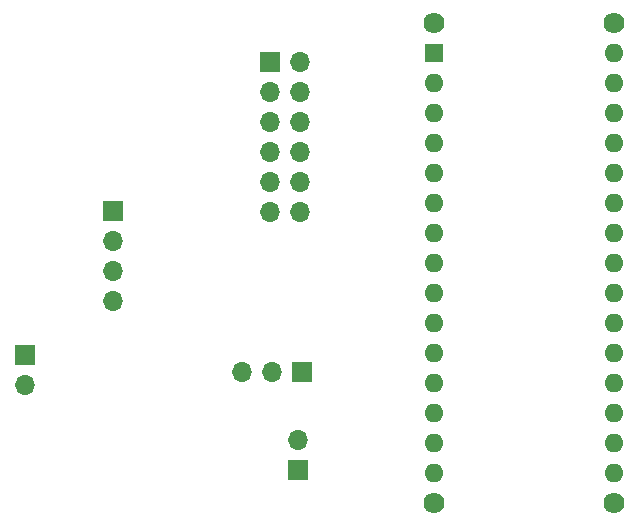
<source format=gbr>
%TF.GenerationSoftware,KiCad,Pcbnew,8.0.1*%
%TF.CreationDate,2024-06-23T19:51:28-03:00*%
%TF.ProjectId,DogFood,446f6746-6f6f-4642-9e6b-696361645f70,rev?*%
%TF.SameCoordinates,Original*%
%TF.FileFunction,Soldermask,Bot*%
%TF.FilePolarity,Negative*%
%FSLAX46Y46*%
G04 Gerber Fmt 4.6, Leading zero omitted, Abs format (unit mm)*
G04 Created by KiCad (PCBNEW 8.0.1) date 2024-06-23 19:51:28*
%MOMM*%
%LPD*%
G01*
G04 APERTURE LIST*
%ADD10C,1.780000*%
%ADD11R,1.600000X1.600000*%
%ADD12O,1.600000X1.600000*%
%ADD13O,1.700000X1.700000*%
%ADD14R,1.700000X1.700000*%
G04 APERTURE END LIST*
D10*
%TO.C,A1*%
X101600000Y-69180000D03*
X101600000Y-109820000D03*
X116840000Y-69180000D03*
X116840000Y-109820000D03*
D11*
X101600000Y-71720000D03*
D12*
X101600000Y-74260000D03*
X101600000Y-76800000D03*
X101600000Y-79340000D03*
X101600000Y-81880000D03*
X101600000Y-84420000D03*
X101600000Y-86960000D03*
X101600000Y-89500000D03*
X101600000Y-92040000D03*
X101600000Y-94580000D03*
X101600000Y-97120000D03*
X101600000Y-99660000D03*
X101600000Y-102200000D03*
X101600000Y-104740000D03*
X101600000Y-107280000D03*
X116840000Y-107280000D03*
X116840000Y-104740000D03*
X116840000Y-102200000D03*
X116840000Y-99660000D03*
X116840000Y-97120000D03*
X116840000Y-94580000D03*
X116840000Y-92040000D03*
X116840000Y-89500000D03*
X116840000Y-86960000D03*
X116840000Y-84420000D03*
X116840000Y-81880000D03*
X116840000Y-79340000D03*
X116840000Y-76800000D03*
X116840000Y-74260000D03*
X116840000Y-71720000D03*
%TD*%
D13*
%TO.C,J6*%
X66954400Y-99867800D03*
D14*
X66954400Y-97327800D03*
%TD*%
%TO.C,J5*%
X90068400Y-106989800D03*
D13*
X90068400Y-104449800D03*
%TD*%
D14*
%TO.C,J4*%
X90373200Y-98755200D03*
D13*
X87833200Y-98755200D03*
X85293200Y-98755200D03*
%TD*%
%TO.C,J2*%
X74371200Y-92760800D03*
X74371200Y-90220800D03*
X74371200Y-87680800D03*
D14*
X74371200Y-85140800D03*
%TD*%
%TO.C,J1*%
X87680800Y-72491600D03*
D13*
X90220800Y-72491600D03*
X87680800Y-75031600D03*
X90220800Y-75031600D03*
X87680800Y-77571600D03*
X90220800Y-77571600D03*
X87680800Y-80111600D03*
X90220800Y-80111600D03*
X87680800Y-82651600D03*
X90220800Y-82651600D03*
X87680800Y-85191600D03*
X90220800Y-85191600D03*
%TD*%
M02*

</source>
